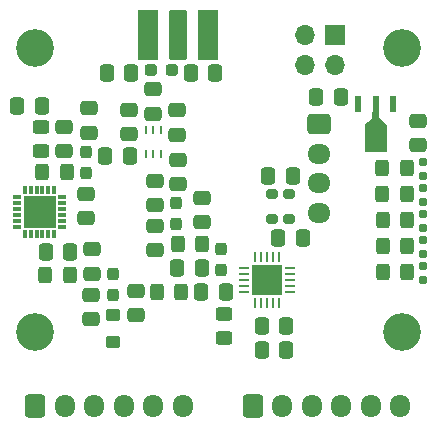
<source format=gts>
%TF.GenerationSoftware,KiCad,Pcbnew,8.0.8*%
%TF.CreationDate,2025-04-18T09:33:10-04:00*%
%TF.ProjectId,high-power-module,68696768-2d70-46f7-9765-722d6d6f6475,rev?*%
%TF.SameCoordinates,Original*%
%TF.FileFunction,Soldermask,Top*%
%TF.FilePolarity,Negative*%
%FSLAX46Y46*%
G04 Gerber Fmt 4.6, Leading zero omitted, Abs format (unit mm)*
G04 Created by KiCad (PCBNEW 8.0.8) date 2025-04-18 09:33:10*
%MOMM*%
%LPD*%
G01*
G04 APERTURE LIST*
G04 Aperture macros list*
%AMRoundRect*
0 Rectangle with rounded corners*
0 $1 Rounding radius*
0 $2 $3 $4 $5 $6 $7 $8 $9 X,Y pos of 4 corners*
0 Add a 4 corners polygon primitive as box body*
4,1,4,$2,$3,$4,$5,$6,$7,$8,$9,$2,$3,0*
0 Add four circle primitives for the rounded corners*
1,1,$1+$1,$2,$3*
1,1,$1+$1,$4,$5*
1,1,$1+$1,$6,$7*
1,1,$1+$1,$8,$9*
0 Add four rect primitives between the rounded corners*
20,1,$1+$1,$2,$3,$4,$5,0*
20,1,$1+$1,$4,$5,$6,$7,0*
20,1,$1+$1,$6,$7,$8,$9,0*
20,1,$1+$1,$8,$9,$2,$3,0*%
%AMFreePoly0*
4,1,9,1.039800,-1.173200,0.379400,-1.808200,0.379400,-2.300000,-0.179400,-2.300000,-0.179400,-1.782800,-0.839800,-1.173200,-0.839800,1.112800,1.039800,1.112800,1.039800,-1.173200,1.039800,-1.173200,$1*%
G04 Aperture macros list end*
%ADD10C,0.000000*%
%ADD11RoundRect,0.250000X-0.325000X-0.450000X0.325000X-0.450000X0.325000X0.450000X-0.325000X0.450000X0*%
%ADD12RoundRect,0.250000X-0.475000X0.337500X-0.475000X-0.337500X0.475000X-0.337500X0.475000X0.337500X0*%
%ADD13RoundRect,0.250000X0.325000X0.450000X-0.325000X0.450000X-0.325000X-0.450000X0.325000X-0.450000X0*%
%ADD14RoundRect,0.250000X-0.337500X-0.475000X0.337500X-0.475000X0.337500X0.475000X-0.337500X0.475000X0*%
%ADD15RoundRect,0.237500X0.237500X-0.287500X0.237500X0.287500X-0.237500X0.287500X-0.237500X-0.287500X0*%
%ADD16RoundRect,0.160000X-0.160000X0.197500X-0.160000X-0.197500X0.160000X-0.197500X0.160000X0.197500X0*%
%ADD17RoundRect,0.250000X0.350000X-0.275000X0.350000X0.275000X-0.350000X0.275000X-0.350000X-0.275000X0*%
%ADD18RoundRect,0.237500X-0.237500X0.287500X-0.237500X-0.287500X0.237500X-0.287500X0.237500X0.287500X0*%
%ADD19RoundRect,0.250000X0.475000X-0.337500X0.475000X0.337500X-0.475000X0.337500X-0.475000X-0.337500X0*%
%ADD20RoundRect,0.200000X-0.300000X0.200000X-0.300000X-0.200000X0.300000X-0.200000X0.300000X0.200000X0*%
%ADD21C,3.200000*%
%ADD22RoundRect,0.250000X0.337500X0.475000X-0.337500X0.475000X-0.337500X-0.475000X0.337500X-0.475000X0*%
%ADD23RoundRect,0.062500X0.062500X-0.262500X0.062500X0.262500X-0.062500X0.262500X-0.062500X-0.262500X0*%
%ADD24RoundRect,0.101600X-0.635000X-2.032000X0.635000X-2.032000X0.635000X2.032000X-0.635000X2.032000X0*%
%ADD25RoundRect,0.101600X-0.762000X-2.032000X0.762000X-2.032000X0.762000X2.032000X-0.762000X2.032000X0*%
%ADD26O,0.380000X0.700000*%
%ADD27O,0.700000X0.380000*%
%ADD28C,0.500000*%
%ADD29R,2.700000X2.700000*%
%ADD30R,0.482600X1.422400*%
%ADD31FreePoly0,180.000000*%
%ADD32R,0.558800X1.422400*%
%ADD33RoundRect,0.250000X-0.600000X-0.725000X0.600000X-0.725000X0.600000X0.725000X-0.600000X0.725000X0*%
%ADD34O,1.700000X1.950000*%
%ADD35RoundRect,0.062500X-0.362500X-0.062500X0.362500X-0.062500X0.362500X0.062500X-0.362500X0.062500X0*%
%ADD36RoundRect,0.062500X-0.062500X-0.362500X0.062500X-0.362500X0.062500X0.362500X-0.062500X0.362500X0*%
%ADD37R,2.600000X2.600000*%
%ADD38RoundRect,0.250000X-0.450000X0.325000X-0.450000X-0.325000X0.450000X-0.325000X0.450000X0.325000X0*%
%ADD39RoundRect,0.250000X0.450000X-0.325000X0.450000X0.325000X-0.450000X0.325000X-0.450000X-0.325000X0*%
%ADD40RoundRect,0.237500X-0.287500X-0.237500X0.287500X-0.237500X0.287500X0.237500X-0.287500X0.237500X0*%
%ADD41RoundRect,0.250000X-0.725000X0.600000X-0.725000X-0.600000X0.725000X-0.600000X0.725000X0.600000X0*%
%ADD42O,1.950000X1.700000*%
%ADD43R,1.700000X1.700000*%
%ADD44O,1.700000X1.700000*%
G04 APERTURE END LIST*
D10*
%TO.C,U3*%
G36*
X157579400Y-79417200D02*
G01*
X158214400Y-80052200D01*
X158214400Y-82160400D01*
X156385600Y-82160400D01*
X156385600Y-80052200D01*
X157020600Y-79417200D01*
X157020600Y-78900000D01*
X157579400Y-78900000D01*
X157579400Y-79417200D01*
G37*
%TD*%
D11*
%TO.C,L3*%
X129100000Y-83987500D03*
X131150000Y-83987500D03*
%TD*%
D12*
%TO.C,CM6*%
X138600000Y-88525000D03*
X138600000Y-90600000D03*
%TD*%
D13*
%TO.C,GP3*%
X159950000Y-88000000D03*
X157900000Y-88000000D03*
%TD*%
D14*
%TO.C,C1*%
X152262500Y-77600000D03*
X154337500Y-77600000D03*
%TD*%
D12*
%TO.C,CM4*%
X133200000Y-94362500D03*
X133200000Y-96437500D03*
%TD*%
D15*
%TO.C,LM2*%
X135100000Y-94375000D03*
X135100000Y-92625000D03*
%TD*%
D12*
%TO.C,C8*%
X136400000Y-78700000D03*
X136400000Y-80775000D03*
%TD*%
D16*
%TO.C,R6*%
X161325000Y-89700000D03*
X161325000Y-90895000D03*
%TD*%
D13*
%TO.C,3V3*%
X159925000Y-83600000D03*
X157875000Y-83600000D03*
%TD*%
D17*
%TO.C,LM4*%
X135100000Y-98350000D03*
X135100000Y-96050000D03*
%TD*%
D14*
%TO.C,CB3*%
X149062500Y-89525000D03*
X151137500Y-89525000D03*
%TD*%
D12*
%TO.C,CM3*%
X137000000Y-94000000D03*
X137000000Y-96075000D03*
%TD*%
D16*
%TO.C,R12*%
X161300000Y-83102500D03*
X161300000Y-84297500D03*
%TD*%
D18*
%TO.C,LR1*%
X144200000Y-90525000D03*
X144200000Y-92275000D03*
%TD*%
D13*
%TO.C,LR2*%
X142625000Y-90100000D03*
X140575000Y-90100000D03*
%TD*%
D19*
%TO.C,CM5*%
X133300000Y-92600000D03*
X133300000Y-90525000D03*
%TD*%
D13*
%TO.C,IRQ1*%
X159950000Y-92400000D03*
X157900000Y-92400000D03*
%TD*%
D20*
%TO.C,TCXO1*%
X148562500Y-85850000D03*
X148562500Y-87950000D03*
X149962500Y-87950000D03*
X149962500Y-85850000D03*
%TD*%
D21*
%TO.C,H4*%
X128500000Y-97500000D03*
%TD*%
D16*
%TO.C,R10*%
X161325000Y-91905000D03*
X161325000Y-93100000D03*
%TD*%
D22*
%TO.C,CR2*%
X142600000Y-92100000D03*
X140525000Y-92100000D03*
%TD*%
D13*
%TO.C,GP2*%
X159950000Y-90200000D03*
X157900000Y-90200000D03*
%TD*%
D23*
%TO.C,RFS1*%
X137840000Y-82400000D03*
X138490000Y-82400000D03*
X139140000Y-82400000D03*
X139140000Y-80400000D03*
X138490000Y-80400000D03*
X137840000Y-80400000D03*
%TD*%
D22*
%TO.C,CM1*%
X136600000Y-75550000D03*
X134525000Y-75550000D03*
%TD*%
D21*
%TO.C,H1*%
X128500000Y-73500000D03*
%TD*%
D22*
%TO.C,CD1*%
X150287500Y-84300000D03*
X148212500Y-84300000D03*
%TD*%
D19*
%TO.C,C9*%
X140500000Y-80800000D03*
X140500000Y-78725000D03*
%TD*%
D16*
%TO.C,R5*%
X161325000Y-87502500D03*
X161325000Y-88697500D03*
%TD*%
D19*
%TO.C,CM7*%
X138600000Y-86775000D03*
X138600000Y-84700000D03*
%TD*%
D24*
%TO.C,J2*%
X140600000Y-72400000D03*
D25*
X143140000Y-72400000D03*
X138060000Y-72400000D03*
%TD*%
D13*
%TO.C,L0*%
X140850000Y-94100000D03*
X138800000Y-94100000D03*
%TD*%
D26*
%TO.C,PA1*%
X127600000Y-89230000D03*
X128100000Y-89230000D03*
X128600000Y-89230000D03*
X129100000Y-89230000D03*
X129600000Y-89230000D03*
X130100000Y-89230000D03*
D27*
X130740000Y-88590000D03*
X130740000Y-88090000D03*
X130740000Y-87590000D03*
X130740000Y-87090000D03*
X130740000Y-86590000D03*
X130740000Y-86090000D03*
D26*
X130100000Y-85450000D03*
X129600000Y-85450000D03*
X129100000Y-85450000D03*
X128600000Y-85450000D03*
X128100000Y-85450000D03*
X127600000Y-85450000D03*
D27*
X126960000Y-86090000D03*
X126960000Y-86590000D03*
X126960000Y-87090000D03*
X126960000Y-87590000D03*
X126960000Y-88090000D03*
X126960000Y-88590000D03*
D28*
X127890000Y-88300000D03*
X128530000Y-88300000D03*
X129170000Y-88300000D03*
X129810000Y-88300000D03*
X127890000Y-87660000D03*
X128530000Y-87660000D03*
X129170000Y-87660000D03*
X129810000Y-87660000D03*
D29*
X128850000Y-87340000D03*
D28*
X127890000Y-87020000D03*
X128530000Y-87020000D03*
X129170000Y-87020000D03*
X129810000Y-87020000D03*
X127890000Y-86380000D03*
X128530000Y-86380000D03*
X129170000Y-86380000D03*
X129810000Y-86380000D03*
%TD*%
D14*
%TO.C,C2*%
X129362500Y-90700000D03*
X131437500Y-90700000D03*
%TD*%
%TO.C,CM2*%
X141665000Y-75550000D03*
X143740000Y-75550000D03*
%TD*%
D19*
%TO.C,CB4*%
X138490000Y-79037500D03*
X138490000Y-76962500D03*
%TD*%
D14*
%TO.C,CD3*%
X147675000Y-99025000D03*
X149750000Y-99025000D03*
%TD*%
D22*
%TO.C,C5*%
X129050000Y-78337500D03*
X126975000Y-78337500D03*
%TD*%
D14*
%TO.C,CD2*%
X147675000Y-97025000D03*
X149750000Y-97025000D03*
%TD*%
D13*
%TO.C,5V0*%
X159925000Y-85797500D03*
X157875000Y-85797500D03*
%TD*%
D12*
%TO.C,CR1*%
X142600000Y-86162500D03*
X142600000Y-88237500D03*
%TD*%
D30*
%TO.C,U3*%
X158800000Y-78188800D03*
D31*
X157400000Y-81200000D03*
D32*
X157300000Y-78188800D03*
D30*
X155800000Y-78188800D03*
%TD*%
D33*
%TO.C,J3*%
X128500000Y-103800000D03*
D34*
X131000000Y-103800000D03*
X133500000Y-103800000D03*
X136000000Y-103800000D03*
X138500000Y-103800000D03*
X141000000Y-103800000D03*
%TD*%
D19*
%TO.C,C6*%
X132750000Y-87887500D03*
X132750000Y-85812500D03*
%TD*%
D15*
%TO.C,LM6*%
X132750000Y-84050000D03*
X132750000Y-82300000D03*
%TD*%
D33*
%TO.C,J1*%
X146900000Y-103800000D03*
D34*
X149400000Y-103800000D03*
X151900000Y-103800000D03*
X154400000Y-103800000D03*
X156900000Y-103800000D03*
X159400000Y-103800000D03*
%TD*%
D22*
%TO.C,CB1*%
X136487500Y-82650000D03*
X134412500Y-82650000D03*
%TD*%
D35*
%TO.C,U1*%
X146175000Y-92100000D03*
X146175000Y-92600000D03*
X146175000Y-93100000D03*
X146175000Y-93600000D03*
X146175000Y-94100000D03*
D36*
X147100000Y-95025000D03*
X147600000Y-95025000D03*
X148100000Y-95025000D03*
X148600000Y-95025000D03*
X149100000Y-95025000D03*
D35*
X150025000Y-94100000D03*
X150025000Y-93600000D03*
X150025000Y-93100000D03*
X150025000Y-92600000D03*
X150025000Y-92100000D03*
D36*
X149100000Y-91175000D03*
X148600000Y-91175000D03*
X148100000Y-91175000D03*
X147600000Y-91175000D03*
X147100000Y-91175000D03*
D37*
X148100000Y-93100000D03*
%TD*%
D21*
%TO.C,H2*%
X159500000Y-73500000D03*
%TD*%
%TO.C,H3*%
X159500000Y-97500000D03*
%TD*%
D11*
%TO.C,L1*%
X129350000Y-92700000D03*
X131400000Y-92700000D03*
%TD*%
D19*
%TO.C,C7*%
X160900000Y-81700000D03*
X160900000Y-79625000D03*
%TD*%
D22*
%TO.C,C0*%
X144637500Y-94100000D03*
X142562500Y-94100000D03*
%TD*%
D19*
%TO.C,CB2*%
X140600000Y-85000000D03*
X140600000Y-82925000D03*
%TD*%
D38*
%TO.C,L2*%
X129000000Y-80137500D03*
X129000000Y-82187500D03*
%TD*%
D15*
%TO.C,LM5*%
X140400000Y-88375000D03*
X140400000Y-86625000D03*
%TD*%
D16*
%TO.C,R4*%
X161300000Y-85300000D03*
X161300000Y-86495000D03*
%TD*%
D39*
%TO.C,LChoke1*%
X144500000Y-98000000D03*
X144500000Y-95950000D03*
%TD*%
D40*
%TO.C,LM1*%
X138290000Y-75300000D03*
X140040000Y-75300000D03*
%TD*%
D19*
%TO.C,CM8*%
X130950000Y-82187500D03*
X130950000Y-80112500D03*
%TD*%
%TO.C,CM9*%
X133000000Y-80637500D03*
X133000000Y-78562500D03*
%TD*%
D41*
%TO.C,J7*%
X152500000Y-79900000D03*
D42*
X152500000Y-82400000D03*
X152500000Y-84900000D03*
X152500000Y-87400000D03*
%TD*%
D43*
%TO.C,J5*%
X153900000Y-72400000D03*
D44*
X151360000Y-72400000D03*
X153900000Y-74940000D03*
X151360000Y-74940000D03*
%TD*%
M02*

</source>
